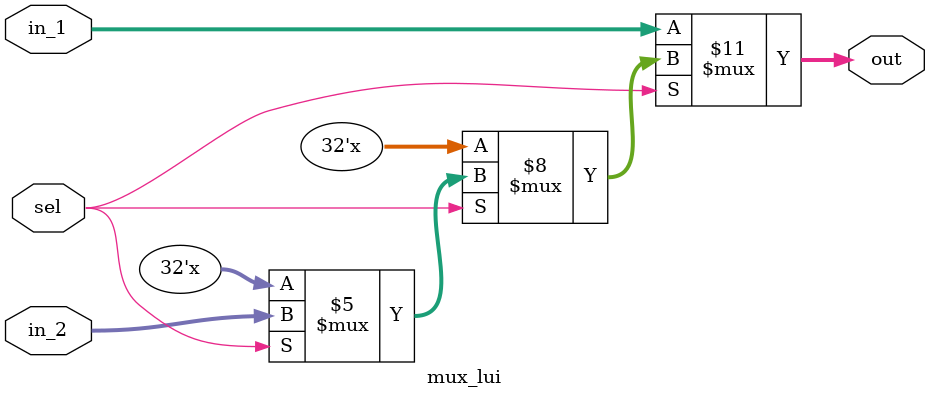
<source format=v>
module mux_lui (input [31:0] in_1, input [31:0] in_2, input sel, output reg [31:0] out); // goes between mux at the right of diagram and write data in reg file

always @ (in_1 or in_2 or sel)
if (sel == 1'b0) begin
out = in_1;
end else if (sel == 1'b1) begin
out = in_2;
end
endmodule 
</source>
